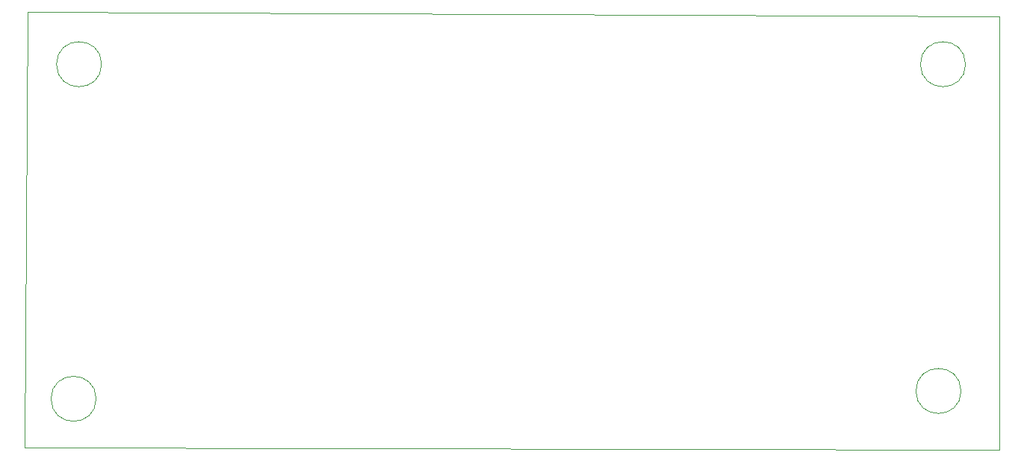
<source format=gm1>
%TF.GenerationSoftware,KiCad,Pcbnew,(6.0.4)*%
%TF.CreationDate,2022-07-31T01:39:18+05:30*%
%TF.ProjectId,DC-POWER-SUPPLY,44432d50-4f57-4455-922d-535550504c59,rev?*%
%TF.SameCoordinates,Original*%
%TF.FileFunction,Profile,NP*%
%FSLAX46Y46*%
G04 Gerber Fmt 4.6, Leading zero omitted, Abs format (unit mm)*
G04 Created by KiCad (PCBNEW (6.0.4)) date 2022-07-31 01:39:18*
%MOMM*%
%LPD*%
G01*
G04 APERTURE LIST*
%TA.AperFunction,Profile*%
%ADD10C,0.100000*%
%TD*%
G04 APERTURE END LIST*
D10*
X188499651Y-68326000D02*
G75*
G03*
X188499651Y-68326000I-2555826J0D01*
G01*
X189007651Y-31242000D02*
G75*
G03*
X189007651Y-31242000I-2555826J0D01*
G01*
X90455651Y-69215000D02*
G75*
G03*
X90455651Y-69215000I-2555826J0D01*
G01*
X91074826Y-31242000D02*
G75*
G03*
X91074826Y-31242000I-2555826J0D01*
G01*
X192824311Y-25793137D02*
X192802680Y-74980756D01*
X82374995Y-74788447D01*
X82677000Y-25273000D01*
X192824311Y-25793137D01*
M02*

</source>
